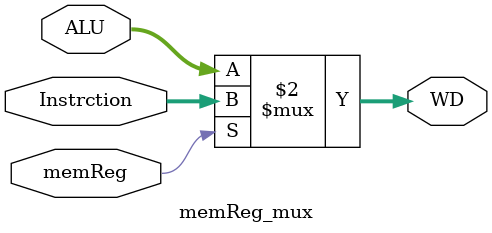
<source format=sv>
module memReg_mux #(parameter WIDTH =32)
(
    input  reg  [(WIDTH-1):0] ALU,         //read ALU
    input  reg  [(WIDTH-1):0] Instrction,  //read ALU
    input  reg  memReg,                    //Bit of control
    output wire [(WIDTH-1):0] WD           //Write data
);

    assign WD = !memReg ? ALU:Instrction;  //multiplexer


endmodule

</source>
